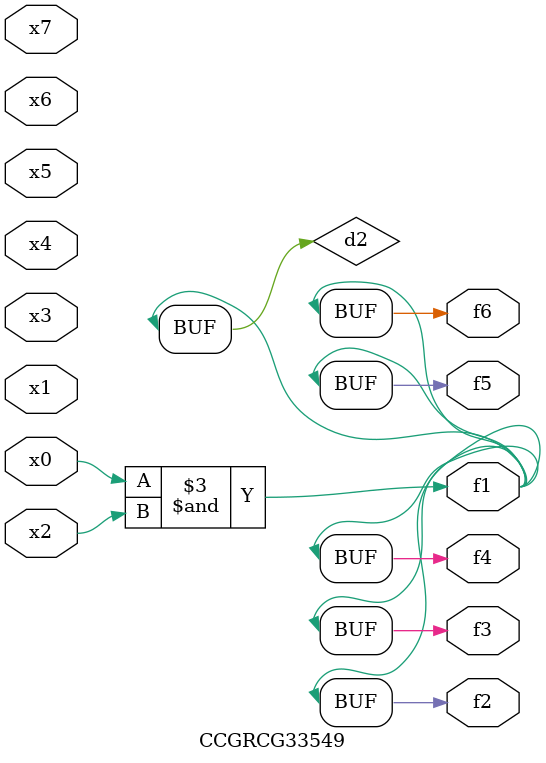
<source format=v>
module CCGRCG33549(
	input x0, x1, x2, x3, x4, x5, x6, x7,
	output f1, f2, f3, f4, f5, f6
);

	wire d1, d2;

	nor (d1, x3, x6);
	and (d2, x0, x2);
	assign f1 = d2;
	assign f2 = d2;
	assign f3 = d2;
	assign f4 = d2;
	assign f5 = d2;
	assign f6 = d2;
endmodule

</source>
